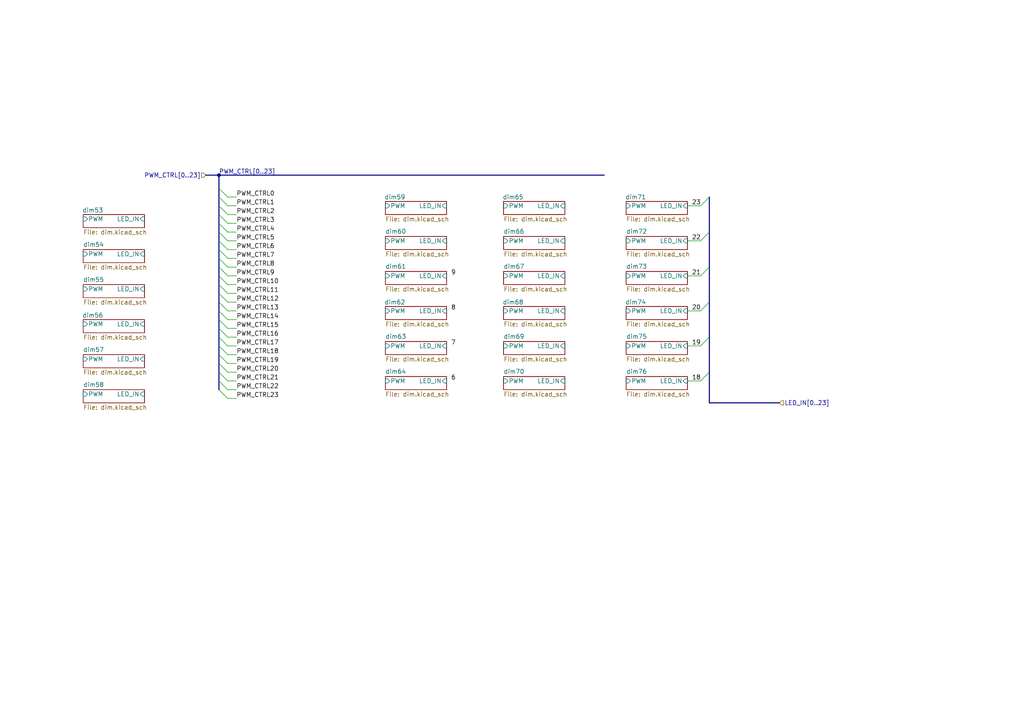
<source format=kicad_sch>
(kicad_sch
	(version 20231120)
	(generator "eeschema")
	(generator_version "8.0")
	(uuid "657f9af1-b73d-4eb3-a5dd-6a9312d6c4a1")
	(paper "A4")
	(lib_symbols)
	(junction
		(at 63.5 50.8)
		(diameter 0)
		(color 0 0 0 0)
		(uuid "2fe3751b-204e-40d1-b76a-ee3fde238434")
	)
	(bus_entry
		(at 63.5 85.09)
		(size 2.54 2.54)
		(stroke
			(width 0)
			(type default)
		)
		(uuid "007e8ab9-1078-40a9-873c-e9375eda73c3")
	)
	(bus_entry
		(at 63.5 87.63)
		(size 2.54 2.54)
		(stroke
			(width 0)
			(type default)
		)
		(uuid "0f454016-44d0-4eff-9bbb-0069bb1eb964")
	)
	(bus_entry
		(at 63.5 105.41)
		(size 2.54 2.54)
		(stroke
			(width 0)
			(type default)
		)
		(uuid "1265647c-0604-480b-826d-d4ae90fe4e84")
	)
	(bus_entry
		(at 63.5 57.15)
		(size 2.54 2.54)
		(stroke
			(width 0)
			(type default)
		)
		(uuid "151660f2-d059-4cca-a5c9-72b8b6f057b3")
	)
	(bus_entry
		(at 63.5 54.61)
		(size 2.54 2.54)
		(stroke
			(width 0)
			(type default)
		)
		(uuid "380ccb58-9ebf-45bd-951f-808cd0957ae0")
	)
	(bus_entry
		(at 63.5 80.01)
		(size 2.54 2.54)
		(stroke
			(width 0)
			(type default)
		)
		(uuid "3e03fc12-9e29-45c9-849c-9da0df9cf8d2")
	)
	(bus_entry
		(at 205.74 67.31)
		(size -2.54 2.54)
		(stroke
			(width 0)
			(type default)
		)
		(uuid "42e36a46-1a23-40aa-837f-36b85f94ff3b")
	)
	(bus_entry
		(at 205.74 77.47)
		(size -2.54 2.54)
		(stroke
			(width 0)
			(type default)
		)
		(uuid "4ab85339-261b-488b-9008-ba755b70cb19")
	)
	(bus_entry
		(at 63.5 107.95)
		(size 2.54 2.54)
		(stroke
			(width 0)
			(type default)
		)
		(uuid "4f798958-9fbb-486e-a5f3-a19e5f8f5c96")
	)
	(bus_entry
		(at 63.5 69.85)
		(size 2.54 2.54)
		(stroke
			(width 0)
			(type default)
		)
		(uuid "5b4bb4e5-8fcf-4547-ad00-a6cd04201cf6")
	)
	(bus_entry
		(at 63.5 77.47)
		(size 2.54 2.54)
		(stroke
			(width 0)
			(type default)
		)
		(uuid "600331c8-f4d8-461e-8e38-2d8c430acb7c")
	)
	(bus_entry
		(at 205.74 87.63)
		(size -2.54 2.54)
		(stroke
			(width 0)
			(type default)
		)
		(uuid "6004c558-d8b7-406c-898f-68beccbacf83")
	)
	(bus_entry
		(at 205.74 107.95)
		(size -2.54 2.54)
		(stroke
			(width 0)
			(type default)
		)
		(uuid "62c1e752-7135-4c55-a7d2-a90afde05b62")
	)
	(bus_entry
		(at 63.5 92.71)
		(size 2.54 2.54)
		(stroke
			(width 0)
			(type default)
		)
		(uuid "6915b53f-9afd-495a-a6e7-767a38ab291d")
	)
	(bus_entry
		(at 63.5 97.79)
		(size 2.54 2.54)
		(stroke
			(width 0)
			(type default)
		)
		(uuid "7c593206-f863-4f74-b65f-111ed19a8169")
	)
	(bus_entry
		(at 63.5 72.39)
		(size 2.54 2.54)
		(stroke
			(width 0)
			(type default)
		)
		(uuid "840766de-1c60-4fd7-9674-1cbbb3ddc62d")
	)
	(bus_entry
		(at 63.5 90.17)
		(size 2.54 2.54)
		(stroke
			(width 0)
			(type default)
		)
		(uuid "866ad3b0-2475-46c0-ae7f-c8dea121c9eb")
	)
	(bus_entry
		(at 205.74 57.15)
		(size -2.54 2.54)
		(stroke
			(width 0)
			(type default)
		)
		(uuid "97384e68-67fc-4358-9d33-0f5053c03507")
	)
	(bus_entry
		(at 63.5 64.77)
		(size 2.54 2.54)
		(stroke
			(width 0)
			(type default)
		)
		(uuid "a4c448ec-a05c-4cfa-a719-592b09e3fec6")
	)
	(bus_entry
		(at 63.5 82.55)
		(size 2.54 2.54)
		(stroke
			(width 0)
			(type default)
		)
		(uuid "bd3c3d24-8247-4c9c-b58e-7a7c6f922c11")
	)
	(bus_entry
		(at 63.5 102.87)
		(size 2.54 2.54)
		(stroke
			(width 0)
			(type default)
		)
		(uuid "c39bb241-24ae-41f2-a453-79fbb9aac23d")
	)
	(bus_entry
		(at 63.5 100.33)
		(size 2.54 2.54)
		(stroke
			(width 0)
			(type default)
		)
		(uuid "c58fbcd2-5b76-47ae-8acc-b357069037ab")
	)
	(bus_entry
		(at 63.5 59.69)
		(size 2.54 2.54)
		(stroke
			(width 0)
			(type default)
		)
		(uuid "c8286084-365e-4123-9120-1f47d8bf834d")
	)
	(bus_entry
		(at 63.5 74.93)
		(size 2.54 2.54)
		(stroke
			(width 0)
			(type default)
		)
		(uuid "cea4681c-44ff-4f24-be6a-8652aaa36126")
	)
	(bus_entry
		(at 205.74 97.79)
		(size -2.54 2.54)
		(stroke
			(width 0)
			(type default)
		)
		(uuid "cf901872-10e1-4b77-b0f0-4c953eeab2bb")
	)
	(bus_entry
		(at 63.5 95.25)
		(size 2.54 2.54)
		(stroke
			(width 0)
			(type default)
		)
		(uuid "d7c9ca46-4b20-417c-95e9-95c1c41f6578")
	)
	(bus_entry
		(at 63.5 113.03)
		(size 2.54 2.54)
		(stroke
			(width 0)
			(type default)
		)
		(uuid "d7cd7227-58a1-487b-af4b-4b5cc7a75785")
	)
	(bus_entry
		(at 63.5 67.31)
		(size 2.54 2.54)
		(stroke
			(width 0)
			(type default)
		)
		(uuid "d820f11f-fea6-42e0-a2d8-052eaa414a7b")
	)
	(bus_entry
		(at 63.5 110.49)
		(size 2.54 2.54)
		(stroke
			(width 0)
			(type default)
		)
		(uuid "daa8bfd2-ee15-4abc-a663-1886701009ca")
	)
	(bus_entry
		(at 63.5 62.23)
		(size 2.54 2.54)
		(stroke
			(width 0)
			(type default)
		)
		(uuid "e5ba8371-3c91-4472-9bb8-5359ccfe1978")
	)
	(wire
		(pts
			(xy 66.04 80.01) (xy 68.58 80.01)
		)
		(stroke
			(width 0)
			(type default)
		)
		(uuid "13677049-68ee-4748-9530-a0bafeb78832")
	)
	(bus
		(pts
			(xy 63.5 50.8) (xy 63.5 54.61)
		)
		(stroke
			(width 0)
			(type default)
		)
		(uuid "15f2e480-a937-4e25-8c77-02129db90929")
	)
	(bus
		(pts
			(xy 63.5 54.61) (xy 63.5 57.15)
		)
		(stroke
			(width 0)
			(type default)
		)
		(uuid "1b9c3de2-8e81-4479-a869-785f653149a4")
	)
	(wire
		(pts
			(xy 66.04 77.47) (xy 68.58 77.47)
		)
		(stroke
			(width 0)
			(type default)
		)
		(uuid "24d6a861-cfa4-4d3c-901d-fde7a9bb6a70")
	)
	(wire
		(pts
			(xy 199.39 80.01) (xy 203.2 80.01)
		)
		(stroke
			(width 0)
			(type default)
		)
		(uuid "284bdbc0-5c46-44bf-becf-aae3615ebbc6")
	)
	(bus
		(pts
			(xy 205.74 87.63) (xy 205.74 77.47)
		)
		(stroke
			(width 0)
			(type default)
		)
		(uuid "2968b7a6-92da-4644-9d32-859b7512583c")
	)
	(wire
		(pts
			(xy 199.39 69.85) (xy 203.2 69.85)
		)
		(stroke
			(width 0)
			(type default)
		)
		(uuid "2c53f2ba-16f4-4683-a597-6efbd5d5ef48")
	)
	(wire
		(pts
			(xy 66.04 92.71) (xy 68.58 92.71)
		)
		(stroke
			(width 0)
			(type default)
		)
		(uuid "31b64d34-d889-421b-ad56-8c5a1d2164fd")
	)
	(wire
		(pts
			(xy 66.04 90.17) (xy 68.58 90.17)
		)
		(stroke
			(width 0)
			(type default)
		)
		(uuid "3435daeb-cadb-425b-a44c-645c1eb8c46d")
	)
	(bus
		(pts
			(xy 63.5 59.69) (xy 63.5 62.23)
		)
		(stroke
			(width 0)
			(type default)
		)
		(uuid "345f6d31-7461-4ba4-9e7b-dd1572be6f14")
	)
	(wire
		(pts
			(xy 199.39 59.69) (xy 203.2 59.69)
		)
		(stroke
			(width 0)
			(type default)
		)
		(uuid "3ed8e23e-e06c-4115-8f29-5d660254dd0b")
	)
	(wire
		(pts
			(xy 66.04 72.39) (xy 68.58 72.39)
		)
		(stroke
			(width 0)
			(type default)
		)
		(uuid "4b9df819-7a0c-4e98-bff2-7d3f252fb35e")
	)
	(bus
		(pts
			(xy 63.5 95.25) (xy 63.5 97.79)
		)
		(stroke
			(width 0)
			(type default)
		)
		(uuid "4bc94cbc-9cf9-4da0-b7a9-e21e34824bea")
	)
	(wire
		(pts
			(xy 66.04 100.33) (xy 68.58 100.33)
		)
		(stroke
			(width 0)
			(type default)
		)
		(uuid "4d37a681-6d25-4c0f-b61a-ef109dbcad2a")
	)
	(wire
		(pts
			(xy 66.04 95.25) (xy 68.58 95.25)
		)
		(stroke
			(width 0)
			(type default)
		)
		(uuid "4dc7c1d0-7f3a-40ca-841f-12c587d37e17")
	)
	(bus
		(pts
			(xy 63.5 92.71) (xy 63.5 95.25)
		)
		(stroke
			(width 0)
			(type default)
		)
		(uuid "4e0d4d68-4d0e-44ab-b96f-d908cdfd97f4")
	)
	(bus
		(pts
			(xy 205.74 97.79) (xy 205.74 87.63)
		)
		(stroke
			(width 0)
			(type default)
		)
		(uuid "4f392bd4-0cc0-4386-9ea9-3459c55767cf")
	)
	(wire
		(pts
			(xy 66.04 105.41) (xy 68.58 105.41)
		)
		(stroke
			(width 0)
			(type default)
		)
		(uuid "51565cc9-41a0-4459-9402-8e8184891465")
	)
	(wire
		(pts
			(xy 66.04 113.03) (xy 68.58 113.03)
		)
		(stroke
			(width 0)
			(type default)
		)
		(uuid "52926ca8-e6d3-40e4-b154-b51785f7e0eb")
	)
	(bus
		(pts
			(xy 205.74 107.95) (xy 205.74 97.79)
		)
		(stroke
			(width 0)
			(type default)
		)
		(uuid "559c7ba2-989c-4f71-9a2b-93236b638976")
	)
	(wire
		(pts
			(xy 66.04 85.09) (xy 68.58 85.09)
		)
		(stroke
			(width 0)
			(type default)
		)
		(uuid "5a1bc993-2ff2-41e0-a0c4-38f2097f391f")
	)
	(wire
		(pts
			(xy 66.04 67.31) (xy 68.58 67.31)
		)
		(stroke
			(width 0)
			(type default)
		)
		(uuid "62c41bd0-9025-4fd9-ad53-f28487172865")
	)
	(bus
		(pts
			(xy 63.5 85.09) (xy 63.5 87.63)
		)
		(stroke
			(width 0)
			(type default)
		)
		(uuid "63da3630-3bfc-4b2e-9e52-c60364117be7")
	)
	(wire
		(pts
			(xy 199.39 90.17) (xy 203.2 90.17)
		)
		(stroke
			(width 0)
			(type default)
		)
		(uuid "68de5000-44e8-4de4-86ba-e104b63b3aec")
	)
	(wire
		(pts
			(xy 66.04 64.77) (xy 68.58 64.77)
		)
		(stroke
			(width 0)
			(type default)
		)
		(uuid "6c84c2da-df43-4906-8fb6-227867a3fcee")
	)
	(bus
		(pts
			(xy 205.74 116.84) (xy 226.06 116.84)
		)
		(stroke
			(width 0)
			(type default)
		)
		(uuid "71373c89-ad4b-4683-a2eb-fd43dd149953")
	)
	(bus
		(pts
			(xy 63.5 100.33) (xy 63.5 102.87)
		)
		(stroke
			(width 0)
			(type default)
		)
		(uuid "77aefd13-493f-40df-a359-e9fea69ef5e1")
	)
	(bus
		(pts
			(xy 63.5 90.17) (xy 63.5 92.71)
		)
		(stroke
			(width 0)
			(type default)
		)
		(uuid "7a61242b-3c4e-4439-a933-ee6c6e744418")
	)
	(bus
		(pts
			(xy 63.5 110.49) (xy 63.5 113.03)
		)
		(stroke
			(width 0)
			(type default)
		)
		(uuid "7defc18c-5ec7-438f-8b8d-152cb294bd0e")
	)
	(bus
		(pts
			(xy 63.5 105.41) (xy 63.5 107.95)
		)
		(stroke
			(width 0)
			(type default)
		)
		(uuid "833de9b2-1f29-47f7-a508-59a530a2bc05")
	)
	(bus
		(pts
			(xy 63.5 57.15) (xy 63.5 59.69)
		)
		(stroke
			(width 0)
			(type default)
		)
		(uuid "86ead82c-2bbc-4a7f-877e-86474d20aec4")
	)
	(wire
		(pts
			(xy 199.39 100.33) (xy 203.2 100.33)
		)
		(stroke
			(width 0)
			(type default)
		)
		(uuid "876b63d1-96b3-439b-80af-d1f219018ffa")
	)
	(bus
		(pts
			(xy 63.5 82.55) (xy 63.5 85.09)
		)
		(stroke
			(width 0)
			(type default)
		)
		(uuid "88a535d2-544b-44cd-a637-3f84e0a86290")
	)
	(bus
		(pts
			(xy 63.5 50.8) (xy 175.26 50.8)
		)
		(stroke
			(width 0)
			(type default)
		)
		(uuid "8a589ac4-ec12-4268-a3f3-167ddd793618")
	)
	(wire
		(pts
			(xy 66.04 69.85) (xy 68.58 69.85)
		)
		(stroke
			(width 0)
			(type default)
		)
		(uuid "8a9ea6dd-4f85-46e8-a33d-198b414afbed")
	)
	(bus
		(pts
			(xy 63.5 74.93) (xy 63.5 77.47)
		)
		(stroke
			(width 0)
			(type default)
		)
		(uuid "8de325e7-cf95-4d80-b292-21d2598f641c")
	)
	(bus
		(pts
			(xy 63.5 80.01) (xy 63.5 82.55)
		)
		(stroke
			(width 0)
			(type default)
		)
		(uuid "8e758f85-9e61-413b-8af3-70ec8e9f6620")
	)
	(wire
		(pts
			(xy 66.04 115.57) (xy 68.58 115.57)
		)
		(stroke
			(width 0)
			(type default)
		)
		(uuid "98f6ec8c-d5e1-4245-973e-d7041a062070")
	)
	(bus
		(pts
			(xy 63.5 69.85) (xy 63.5 72.39)
		)
		(stroke
			(width 0)
			(type default)
		)
		(uuid "9afce23f-dc52-4446-9474-8dc2d74ed5bb")
	)
	(wire
		(pts
			(xy 66.04 110.49) (xy 68.58 110.49)
		)
		(stroke
			(width 0)
			(type default)
		)
		(uuid "9f969b90-bf1f-4469-94c0-c109878fa08b")
	)
	(wire
		(pts
			(xy 66.04 102.87) (xy 68.58 102.87)
		)
		(stroke
			(width 0)
			(type default)
		)
		(uuid "a52ea459-596e-4d16-a793-0919dcc7bc15")
	)
	(bus
		(pts
			(xy 205.74 67.31) (xy 205.74 57.15)
		)
		(stroke
			(width 0)
			(type default)
		)
		(uuid "aafd0080-0c0f-4d56-bbfb-e3523b8309e1")
	)
	(bus
		(pts
			(xy 63.5 87.63) (xy 63.5 90.17)
		)
		(stroke
			(width 0)
			(type default)
		)
		(uuid "b31a0df0-f31c-482a-8efe-c0507a00079a")
	)
	(wire
		(pts
			(xy 66.04 74.93) (xy 68.58 74.93)
		)
		(stroke
			(width 0)
			(type default)
		)
		(uuid "b4a5b1f0-42db-4488-bb41-8b88c008aa97")
	)
	(wire
		(pts
			(xy 66.04 62.23) (xy 68.58 62.23)
		)
		(stroke
			(width 0)
			(type default)
		)
		(uuid "b7851c07-f443-41b2-83ea-acb52bcc165e")
	)
	(wire
		(pts
			(xy 199.39 110.49) (xy 203.2 110.49)
		)
		(stroke
			(width 0)
			(type default)
		)
		(uuid "ba867cd0-ded5-47af-88e4-c5781d839002")
	)
	(bus
		(pts
			(xy 63.5 102.87) (xy 63.5 105.41)
		)
		(stroke
			(width 0)
			(type default)
		)
		(uuid "bc3f02f7-626c-4602-a163-abc6e59973f5")
	)
	(bus
		(pts
			(xy 63.5 62.23) (xy 63.5 64.77)
		)
		(stroke
			(width 0)
			(type default)
		)
		(uuid "bd0e1a0a-cc6f-41f3-83e4-2e1a9e8e15fd")
	)
	(bus
		(pts
			(xy 205.74 116.84) (xy 205.74 107.95)
		)
		(stroke
			(width 0)
			(type default)
		)
		(uuid "be58a6db-2d47-4462-909a-8bd2c6628a2e")
	)
	(wire
		(pts
			(xy 66.04 107.95) (xy 68.58 107.95)
		)
		(stroke
			(width 0)
			(type default)
		)
		(uuid "c3ca75c8-6012-4623-b02a-db55fe493e2a")
	)
	(bus
		(pts
			(xy 59.69 50.8) (xy 63.5 50.8)
		)
		(stroke
			(width 0)
			(type default)
		)
		(uuid "cb1c983e-9a5f-4e7f-a2f9-a68cbdfa1d28")
	)
	(bus
		(pts
			(xy 63.5 64.77) (xy 63.5 67.31)
		)
		(stroke
			(width 0)
			(type default)
		)
		(uuid "cb2b9c1a-f8ed-426e-8114-d3d9e90cdfec")
	)
	(bus
		(pts
			(xy 63.5 77.47) (xy 63.5 80.01)
		)
		(stroke
			(width 0)
			(type default)
		)
		(uuid "d1baf490-ea9e-453d-8e11-56a2c2efdb41")
	)
	(bus
		(pts
			(xy 63.5 72.39) (xy 63.5 74.93)
		)
		(stroke
			(width 0)
			(type default)
		)
		(uuid "d601145f-f943-4cb3-9df4-17e83ba8c165")
	)
	(wire
		(pts
			(xy 66.04 87.63) (xy 68.58 87.63)
		)
		(stroke
			(width 0)
			(type default)
		)
		(uuid "e2890b75-5f63-4d7e-9cd7-e2c97b281d9b")
	)
	(bus
		(pts
			(xy 63.5 67.31) (xy 63.5 69.85)
		)
		(stroke
			(width 0)
			(type default)
		)
		(uuid "e7bf50fb-15c8-4c84-9c5d-c42607827fde")
	)
	(bus
		(pts
			(xy 63.5 97.79) (xy 63.5 100.33)
		)
		(stroke
			(width 0)
			(type default)
		)
		(uuid "ec4e6aef-b3a4-4c70-b12b-e10dee775534")
	)
	(wire
		(pts
			(xy 66.04 59.69) (xy 68.58 59.69)
		)
		(stroke
			(width 0)
			(type default)
		)
		(uuid "ec6b94e5-5e57-4d22-ace7-31265e728170")
	)
	(bus
		(pts
			(xy 205.74 77.47) (xy 205.74 67.31)
		)
		(stroke
			(width 0)
			(type default)
		)
		(uuid "f43cb1d4-d396-4a0e-a3fb-cc42c543b76b")
	)
	(wire
		(pts
			(xy 66.04 82.55) (xy 68.58 82.55)
		)
		(stroke
			(width 0)
			(type default)
		)
		(uuid "f7a4daae-1837-457d-9884-6c8daf15393a")
	)
	(wire
		(pts
			(xy 66.04 97.79) (xy 68.58 97.79)
		)
		(stroke
			(width 0)
			(type default)
		)
		(uuid "f8dccca1-02c9-41d2-a0c1-f0fae5457b60")
	)
	(bus
		(pts
			(xy 63.5 107.95) (xy 63.5 110.49)
		)
		(stroke
			(width 0)
			(type default)
		)
		(uuid "f903249a-9259-4f77-96f6-34b39a0ef8fd")
	)
	(wire
		(pts
			(xy 66.04 57.15) (xy 68.58 57.15)
		)
		(stroke
			(width 0)
			(type default)
		)
		(uuid "fa849918-76f0-451d-9ca6-bbff9693ac2a")
	)
	(label "PWM_CTRL7"
		(at 68.58 74.93 0)
		(effects
			(font
				(size 1.27 1.27)
			)
			(justify left bottom)
		)
		(uuid "17211720-e464-4f03-aa3f-cab76bc58d40")
	)
	(label "7"
		(at 130.81 100.33 0)
		(fields_autoplaced yes)
		(effects
			(font
				(size 1.27 1.27)
			)
			(justify left bottom)
		)
		(uuid "29402154-d1a3-420f-8674-fd1852fbed2e")
	)
	(label "PWM_CTRL3"
		(at 68.58 64.77 0)
		(effects
			(font
				(size 1.27 1.27)
			)
			(justify left bottom)
		)
		(uuid "2a2b2a66-e4ce-4937-9a2e-37a200831719")
	)
	(label "PWM_CTRL19"
		(at 68.58 105.41 0)
		(effects
			(font
				(size 1.27 1.27)
			)
			(justify left bottom)
		)
		(uuid "2a3cc0c1-f9b7-40ed-85ae-54ee6b576b9c")
	)
	(label "PWM_CTRL[0..23]"
		(at 63.5 50.8 0)
		(fields_autoplaced yes)
		(effects
			(font
				(size 1.27 1.27)
			)
			(justify left bottom)
		)
		(uuid "39e7f7d4-7958-4bb4-85a4-220545ffcaec")
	)
	(label "PWM_CTRL23"
		(at 68.58 115.57 0)
		(effects
			(font
				(size 1.27 1.27)
			)
			(justify left bottom)
		)
		(uuid "42378118-3891-4975-a1ef-a31374c34550")
	)
	(label "8"
		(at 130.81 90.17 0)
		(fields_autoplaced yes)
		(effects
			(font
				(size 1.27 1.27)
			)
			(justify left bottom)
		)
		(uuid "4c65d67e-edaa-4f1f-9048-e7fa939d0e35")
	)
	(label "18"
		(at 200.66 110.49 0)
		(fields_autoplaced yes)
		(effects
			(font
				(size 1.27 1.27)
			)
			(justify left bottom)
		)
		(uuid "4f1b466f-de8b-4ca5-9db5-4ff76e4e8d1a")
	)
	(label "PWM_CTRL1"
		(at 68.58 59.69 0)
		(effects
			(font
				(size 1.27 1.27)
			)
			(justify left bottom)
		)
		(uuid "50095038-93b8-4b67-9645-80003b7ded9d")
	)
	(label "PWM_CTRL2"
		(at 68.58 62.23 0)
		(effects
			(font
				(size 1.27 1.27)
			)
			(justify left bottom)
		)
		(uuid "55827bbb-2a0e-4d56-ac29-b9d753a5190e")
	)
	(label "PWM_CTRL10"
		(at 68.58 82.55 0)
		(effects
			(font
				(size 1.27 1.27)
			)
			(justify left bottom)
		)
		(uuid "5713a7fa-9f19-45b0-bb38-119032329483")
	)
	(label "9"
		(at 130.81 80.01 0)
		(fields_autoplaced yes)
		(effects
			(font
				(size 1.27 1.27)
			)
			(justify left bottom)
		)
		(uuid "5902aae7-4293-4c73-944e-d42d4fcec17e")
	)
	(label "PWM_CTRL9"
		(at 68.58 80.01 0)
		(effects
			(font
				(size 1.27 1.27)
			)
			(justify left bottom)
		)
		(uuid "62603cf2-a5d0-48a8-aad8-0664a2a591e0")
	)
	(label "PWM_CTRL18"
		(at 68.58 102.87 0)
		(effects
			(font
				(size 1.27 1.27)
			)
			(justify left bottom)
		)
		(uuid "72f3da74-dacb-4807-abcc-42233708a0dc")
	)
	(label "PWM_CTRL4"
		(at 68.58 67.31 0)
		(effects
			(font
				(size 1.27 1.27)
			)
			(justify left bottom)
		)
		(uuid "7851d0ea-bf47-4a69-aa96-a59f1e04bc8d")
	)
	(label "22"
		(at 200.66 69.85 0)
		(fields_autoplaced yes)
		(effects
			(font
				(size 1.27 1.27)
			)
			(justify left bottom)
		)
		(uuid "7f170c6f-668e-4c20-bd85-4bffb159e5fd")
	)
	(label "PWM_CTRL5"
		(at 68.58 69.85 0)
		(effects
			(font
				(size 1.27 1.27)
			)
			(justify left bottom)
		)
		(uuid "8217e92d-3761-41f7-8763-33d71e11ae67")
	)
	(label "PWM_CTRL15"
		(at 68.58 95.25 0)
		(effects
			(font
				(size 1.27 1.27)
			)
			(justify left bottom)
		)
		(uuid "8aad9b48-6600-44d7-970f-be8add6da4a9")
	)
	(label "PWM_CTRL22"
		(at 68.58 113.03 0)
		(effects
			(font
				(size 1.27 1.27)
			)
			(justify left bottom)
		)
		(uuid "9daa415e-161a-4735-9642-a2df5447c550")
	)
	(label "PWM_CTRL21"
		(at 68.58 110.49 0)
		(effects
			(font
				(size 1.27 1.27)
			)
			(justify left bottom)
		)
		(uuid "ad1eb6e8-b73d-4199-9182-e91b826eb8ab")
	)
	(label "21"
		(at 200.66 80.01 0)
		(fields_autoplaced yes)
		(effects
			(font
				(size 1.27 1.27)
			)
			(justify left bottom)
		)
		(uuid "b1f1d23c-8ff0-45d1-a8ed-2f566f7a81b2")
	)
	(label "PWM_CTRL6"
		(at 68.58 72.39 0)
		(effects
			(font
				(size 1.27 1.27)
			)
			(justify left bottom)
		)
		(uuid "b8524a99-8cf9-4156-9801-4c25cad12f17")
	)
	(label "PWM_CTRL14"
		(at 68.58 92.71 0)
		(effects
			(font
				(size 1.27 1.27)
			)
			(justify left bottom)
		)
		(uuid "bdbe75c1-1c40-4a92-a480-fd2fac8cf6c1")
	)
	(label "PWM_CTRL12"
		(at 68.58 87.63 0)
		(effects
			(font
				(size 1.27 1.27)
			)
			(justify left bottom)
		)
		(uuid "d1d4de48-3fe1-4c26-adef-fc68a36b1bc1")
	)
	(label "PWM_CTRL13"
		(at 68.58 90.17 0)
		(effects
			(font
				(size 1.27 1.27)
			)
			(justify left bottom)
		)
		(uuid "d699e034-1476-4051-8abc-c12c01bc1ed7")
	)
	(label "PWM_CTRL0"
		(at 68.58 57.15 0)
		(effects
			(font
				(size 1.27 1.27)
			)
			(justify left bottom)
		)
		(uuid "d6e03e80-22e1-4016-b16a-ade5d71364ff")
	)
	(label "PWM_CTRL20"
		(at 68.58 107.95 0)
		(effects
			(font
				(size 1.27 1.27)
			)
			(justify left bottom)
		)
		(uuid "dbcf6d40-9ad0-4de1-9fd9-ac1ec11c3d1d")
	)
	(label "20"
		(at 200.66 90.17 0)
		(fields_autoplaced yes)
		(effects
			(font
				(size 1.27 1.27)
			)
			(justify left bottom)
		)
		(uuid "e1ff1a98-2d7f-4ca0-8306-b40ac0c9d822")
	)
	(label "PWM_CTRL17"
		(at 68.58 100.33 0)
		(effects
			(font
				(size 1.27 1.27)
			)
			(justify left bottom)
		)
		(uuid "e34dbff9-4036-41f8-ab4d-bbb7cc4cf541")
	)
	(label "19"
		(at 200.66 100.33 0)
		(fields_autoplaced yes)
		(effects
			(font
				(size 1.27 1.27)
			)
			(justify left bottom)
		)
		(uuid "eea8ff94-90a6-4f59-b017-331773efb79e")
	)
	(label "PWM_CTRL8"
		(at 68.58 77.47 0)
		(effects
			(font
				(size 1.27 1.27)
			)
			(justify left bottom)
		)
		(uuid "f264afdb-cc46-4859-a82e-e6dc509bb36e")
	)
	(label "6"
		(at 130.81 110.49 0)
		(fields_autoplaced yes)
		(effects
			(font
				(size 1.27 1.27)
			)
			(justify left bottom)
		)
		(uuid "f269f5db-6639-41f9-bd5e-b2c33abd881a")
	)
	(label "23"
		(at 200.66 59.69 0)
		(fields_autoplaced yes)
		(effects
			(font
				(size 1.27 1.27)
			)
			(justify left bottom)
		)
		(uuid "f46e2e54-31a5-4038-b068-378edb7cbb1c")
	)
	(label "PWM_CTRL16"
		(at 68.58 97.79 0)
		(effects
			(font
				(size 1.27 1.27)
			)
			(justify left bottom)
		)
		(uuid "f499592d-38ff-4968-ba91-4f333d084f12")
	)
	(label "PWM_CTRL11"
		(at 68.58 85.09 0)
		(effects
			(font
				(size 1.27 1.27)
			)
			(justify left bottom)
		)
		(uuid "f59a058a-8b67-46bb-b8b5-155baff4f41e")
	)
	(hierarchical_label "PWM_CTRL[0..23]"
		(shape input)
		(at 59.69 50.8 180)
		(fields_autoplaced yes)
		(effects
			(font
				(size 1.27 1.27)
			)
			(justify right)
		)
		(uuid "05a5e5b4-f31c-4cec-9735-3c82d2e6db2f")
	)
	(hierarchical_label "LED_IN[0..23]"
		(shape input)
		(at 226.06 116.84 0)
		(fields_autoplaced yes)
		(effects
			(font
				(size 1.27 1.27)
			)
			(justify left)
		)
		(uuid "f9c084e4-00af-429c-bfdc-c9a8405704a3")
	)
	(sheet
		(at 146.05 109.22)
		(size 17.78 3.81)
		(fields_autoplaced yes)
		(stroke
			(width 0.1524)
			(type solid)
		)
		(fill
			(color 0 0 0 0.0000)
		)
		(uuid "10759600-d3e7-437c-a305-95fdd3a250df")
		(property "Sheetname" "dim70"
			(at 146.05 108.5084 0)
			(effects
				(font
					(size 1.27 1.27)
				)
				(justify left bottom)
			)
		)
		(property "Sheetfile" "dim.kicad_sch"
			(at 146.05 113.6146 0)
			(effects
				(font
					(size 1.27 1.27)
				)
				(justify left top)
			)
		)
		(pin "LED_IN" input
			(at 163.83 110.49 0)
			(effects
				(font
					(size 1.27 1.27)
				)
				(justify right)
			)
			(uuid "600efc14-1eff-42ae-a63e-c8d9a1b926c1")
		)
		(pin "PWM" input
			(at 146.05 110.49 180)
			(effects
				(font
					(size 1.27 1.27)
				)
				(justify left)
			)
			(uuid "e7dc0b03-660f-454a-8b82-23580d2dd340")
		)
		(instances
			(project "home_auto"
				(path "/68de2dd7-8f08-479b-94c5-c7847794fd33/0646acc6-79c1-4e67-b684-df663024146f/f39a7f2f-d7a9-487f-aeee-7851342b97b4/b7879a67-cf50-4692-ba1f-5246ad685d92"
					(page "77")
				)
			)
		)
	)
	(sheet
		(at 181.61 78.74)
		(size 17.78 3.81)
		(fields_autoplaced yes)
		(stroke
			(width 0.1524)
			(type solid)
		)
		(fill
			(color 0 0 0 0.0000)
		)
		(uuid "140e02ca-1deb-4e7b-a008-a69d17de7cec")
		(property "Sheetname" "dim73"
			(at 181.61 78.0284 0)
			(effects
				(font
					(size 1.27 1.27)
				)
				(justify left bottom)
			)
		)
		(property "Sheetfile" "dim.kicad_sch"
			(at 181.61 83.1346 0)
			(effects
				(font
					(size 1.27 1.27)
				)
				(justify left top)
			)
		)
		(pin "LED_IN" input
			(at 199.39 80.01 0)
			(effects
				(font
					(size 1.27 1.27)
				)
				(justify right)
			)
			(uuid "490e0c8d-3583-4315-b82e-d2efd96f81cc")
		)
		(pin "PWM" input
			(at 181.61 80.01 180)
			(effects
				(font
					(size 1.27 1.27)
				)
				(justify left)
			)
			(uuid "a1d5c5a0-428d-4547-98a2-1d2196cb6617")
		)
		(instances
			(project "home_auto"
				(path "/68de2dd7-8f08-479b-94c5-c7847794fd33/0646acc6-79c1-4e67-b684-df663024146f/f39a7f2f-d7a9-487f-aeee-7851342b97b4/b7879a67-cf50-4692-ba1f-5246ad685d92"
					(page "80")
				)
			)
		)
	)
	(sheet
		(at 111.76 78.74)
		(size 17.78 3.81)
		(fields_autoplaced yes)
		(stroke
			(width 0.1524)
			(type solid)
		)
		(fill
			(color 0 0 0 0.0000)
		)
		(uuid "2e8466df-edec-4887-8ab4-4031f29f4fa9")
		(property "Sheetname" "dim61"
			(at 111.76 78.0284 0)
			(effects
				(font
					(size 1.27 1.27)
				)
				(justify left bottom)
			)
		)
		(property "Sheetfile" "dim.kicad_sch"
			(at 111.76 83.1346 0)
			(effects
				(font
					(size 1.27 1.27)
				)
				(justify left top)
			)
		)
		(pin "LED_IN" input
			(at 129.54 80.01 0)
			(effects
				(font
					(size 1.27 1.27)
				)
				(justify right)
			)
			(uuid "273cd423-6597-417e-bf9e-1d54ef74bdd6")
		)
		(pin "PWM" input
			(at 111.76 80.01 180)
			(effects
				(font
					(size 1.27 1.27)
				)
				(justify left)
			)
			(uuid "bbc75641-4b7f-4d91-a467-30aaaa88b09c")
		)
		(instances
			(project "home_auto"
				(path "/68de2dd7-8f08-479b-94c5-c7847794fd33/0646acc6-79c1-4e67-b684-df663024146f/f39a7f2f-d7a9-487f-aeee-7851342b97b4/b7879a67-cf50-4692-ba1f-5246ad685d92"
					(page "68")
				)
			)
		)
	)
	(sheet
		(at 111.76 109.22)
		(size 17.78 3.81)
		(fields_autoplaced yes)
		(stroke
			(width 0.1524)
			(type solid)
		)
		(fill
			(color 0 0 0 0.0000)
		)
		(uuid "604383a0-a03a-4bb0-9271-d6e62ccf0816")
		(property "Sheetname" "dim64"
			(at 111.76 108.5084 0)
			(effects
				(font
					(size 1.27 1.27)
				)
				(justify left bottom)
			)
		)
		(property "Sheetfile" "dim.kicad_sch"
			(at 111.76 113.6146 0)
			(effects
				(font
					(size 1.27 1.27)
				)
				(justify left top)
			)
		)
		(pin "LED_IN" input
			(at 129.54 110.49 0)
			(effects
				(font
					(size 1.27 1.27)
				)
				(justify right)
			)
			(uuid "29c60d27-7324-4adb-9a11-8e493010ccac")
		)
		(pin "PWM" input
			(at 111.76 110.49 180)
			(effects
				(font
					(size 1.27 1.27)
				)
				(justify left)
			)
			(uuid "47dac3e3-068b-4477-9563-5a2b4fdb4f29")
		)
		(instances
			(project "home_auto"
				(path "/68de2dd7-8f08-479b-94c5-c7847794fd33/0646acc6-79c1-4e67-b684-df663024146f/f39a7f2f-d7a9-487f-aeee-7851342b97b4/b7879a67-cf50-4692-ba1f-5246ad685d92"
					(page "71")
				)
			)
		)
	)
	(sheet
		(at 24.13 102.87)
		(size 17.78 3.81)
		(fields_autoplaced yes)
		(stroke
			(width 0.1524)
			(type solid)
		)
		(fill
			(color 0 0 0 0.0000)
		)
		(uuid "63176fe1-9ab1-4c11-aafb-ba802ae7e94b")
		(property "Sheetname" "dim57"
			(at 24.13 102.1584 0)
			(effects
				(font
					(size 1.27 1.27)
				)
				(justify left bottom)
			)
		)
		(property "Sheetfile" "dim.kicad_sch"
			(at 24.13 107.2646 0)
			(effects
				(font
					(size 1.27 1.27)
				)
				(justify left top)
			)
		)
		(pin "LED_IN" input
			(at 41.91 104.14 0)
			(effects
				(font
					(size 1.27 1.27)
				)
				(justify right)
			)
			(uuid "f3000a9e-e8b9-4da3-a96a-78c57b74635d")
		)
		(pin "PWM" input
			(at 24.13 104.14 180)
			(effects
				(font
					(size 1.27 1.27)
				)
				(justify left)
			)
			(uuid "1a5b9e7d-d30c-44d6-87aa-6fe78e7158ac")
		)
		(instances
			(project "home_auto"
				(path "/68de2dd7-8f08-479b-94c5-c7847794fd33/0646acc6-79c1-4e67-b684-df663024146f/f39a7f2f-d7a9-487f-aeee-7851342b97b4/b7879a67-cf50-4692-ba1f-5246ad685d92"
					(page "64")
				)
			)
		)
	)
	(sheet
		(at 181.61 99.06)
		(size 17.78 3.81)
		(fields_autoplaced yes)
		(stroke
			(width 0.1524)
			(type solid)
		)
		(fill
			(color 0 0 0 0.0000)
		)
		(uuid "6711e899-c35d-430e-94f7-8692b2d8c052")
		(property "Sheetname" "dim75"
			(at 181.61 98.3484 0)
			(effects
				(font
					(size 1.27 1.27)
				)
				(justify left bottom)
			)
		)
		(property "Sheetfile" "dim.kicad_sch"
			(at 181.61 103.4546 0)
			(effects
				(font
					(size 1.27 1.27)
				)
				(justify left top)
			)
		)
		(pin "LED_IN" input
			(at 199.39 100.33 0)
			(effects
				(font
					(size 1.27 1.27)
				)
				(justify right)
			)
			(uuid "fef3249e-92ba-42c9-9d66-cbab6c667f82")
		)
		(pin "PWM" input
			(at 181.61 100.33 180)
			(effects
				(font
					(size 1.27 1.27)
				)
				(justify left)
			)
			(uuid "db4ff7e5-ffc0-42a5-8ff5-279166b7e5a2")
		)
		(instances
			(project "home_auto"
				(path "/68de2dd7-8f08-479b-94c5-c7847794fd33/0646acc6-79c1-4e67-b684-df663024146f/f39a7f2f-d7a9-487f-aeee-7851342b97b4/b7879a67-cf50-4692-ba1f-5246ad685d92"
					(page "82")
				)
			)
		)
	)
	(sheet
		(at 181.61 68.58)
		(size 17.78 3.81)
		(fields_autoplaced yes)
		(stroke
			(width 0.1524)
			(type solid)
		)
		(fill
			(color 0 0 0 0.0000)
		)
		(uuid "6e4eb487-9367-41b0-82b0-ba71dd5a974b")
		(property "Sheetname" "dim72"
			(at 181.61 67.8684 0)
			(effects
				(font
					(size 1.27 1.27)
				)
				(justify left bottom)
			)
		)
		(property "Sheetfile" "dim.kicad_sch"
			(at 181.61 72.9746 0)
			(effects
				(font
					(size 1.27 1.27)
				)
				(justify left top)
			)
		)
		(pin "LED_IN" input
			(at 199.39 69.85 0)
			(effects
				(font
					(size 1.27 1.27)
				)
				(justify right)
			)
			(uuid "9c192cf4-a899-4663-af1d-2f0f5f72d176")
		)
		(pin "PWM" input
			(at 181.61 69.85 180)
			(effects
				(font
					(size 1.27 1.27)
				)
				(justify left)
			)
			(uuid "9636f9c9-8a60-405c-b0dd-56c7bfeb43b9")
		)
		(instances
			(project "home_auto"
				(path "/68de2dd7-8f08-479b-94c5-c7847794fd33/0646acc6-79c1-4e67-b684-df663024146f/f39a7f2f-d7a9-487f-aeee-7851342b97b4/b7879a67-cf50-4692-ba1f-5246ad685d92"
					(page "79")
				)
			)
		)
	)
	(sheet
		(at 24.13 62.23)
		(size 17.78 3.81)
		(stroke
			(width 0.1524)
			(type solid)
		)
		(fill
			(color 0 0 0 0.0000)
		)
		(uuid "7be209f8-a900-443c-9102-ce064ef0f170")
		(property "Sheetname" "dim53"
			(at 23.876 61.722 0)
			(effects
				(font
					(size 1.27 1.27)
				)
				(justify left bottom)
			)
		)
		(property "Sheetfile" "dim.kicad_sch"
			(at 24.13 66.6246 0)
			(effects
				(font
					(size 1.27 1.27)
				)
				(justify left top)
			)
		)
		(pin "LED_IN" input
			(at 41.91 63.5 0)
			(effects
				(font
					(size 1.27 1.27)
				)
				(justify right)
			)
			(uuid "c97d878d-7e57-4878-8913-f6ba5e603ea3")
		)
		(pin "PWM" input
			(at 24.13 63.5 180)
			(effects
				(font
					(size 1.27 1.27)
				)
				(justify left)
			)
			(uuid "57afe2f3-a450-4929-9e56-3144af7add04")
		)
		(instances
			(project "home_auto"
				(path "/68de2dd7-8f08-479b-94c5-c7847794fd33/0646acc6-79c1-4e67-b684-df663024146f/f39a7f2f-d7a9-487f-aeee-7851342b97b4/b7879a67-cf50-4692-ba1f-5246ad685d92"
					(page "60")
				)
			)
		)
	)
	(sheet
		(at 146.05 68.58)
		(size 17.78 3.81)
		(fields_autoplaced yes)
		(stroke
			(width 0.1524)
			(type solid)
		)
		(fill
			(color 0 0 0 0.0000)
		)
		(uuid "7ff07afa-f82a-43c9-910c-41e2ab024a0d")
		(property "Sheetname" "dim66"
			(at 146.05 67.8684 0)
			(effects
				(font
					(size 1.27 1.27)
				)
				(justify left bottom)
			)
		)
		(property "Sheetfile" "dim.kicad_sch"
			(at 146.05 72.9746 0)
			(effects
				(font
					(size 1.27 1.27)
				)
				(justify left top)
			)
		)
		(pin "LED_IN" input
			(at 163.83 69.85 0)
			(effects
				(font
					(size 1.27 1.27)
				)
				(justify right)
			)
			(uuid "4a0b2a37-0334-4e1d-9923-b67c2ec6f2a3")
		)
		(pin "PWM" input
			(at 146.05 69.85 180)
			(effects
				(font
					(size 1.27 1.27)
				)
				(justify left)
			)
			(uuid "448dc45d-adfc-4b3d-b892-450b2843959d")
		)
		(instances
			(project "home_auto"
				(path "/68de2dd7-8f08-479b-94c5-c7847794fd33/0646acc6-79c1-4e67-b684-df663024146f/f39a7f2f-d7a9-487f-aeee-7851342b97b4/b7879a67-cf50-4692-ba1f-5246ad685d92"
					(page "73")
				)
			)
		)
	)
	(sheet
		(at 24.13 82.55)
		(size 17.78 3.81)
		(fields_autoplaced yes)
		(stroke
			(width 0.1524)
			(type solid)
		)
		(fill
			(color 0 0 0 0.0000)
		)
		(uuid "814da067-57f0-4a8d-b6b7-4f3170f2eb47")
		(property "Sheetname" "dim55"
			(at 24.13 81.8384 0)
			(effects
				(font
					(size 1.27 1.27)
				)
				(justify left bottom)
			)
		)
		(property "Sheetfile" "dim.kicad_sch"
			(at 24.13 86.9446 0)
			(effects
				(font
					(size 1.27 1.27)
				)
				(justify left top)
			)
		)
		(pin "LED_IN" input
			(at 41.91 83.82 0)
			(effects
				(font
					(size 1.27 1.27)
				)
				(justify right)
			)
			(uuid "55d43e66-1922-4cab-a70e-75e77d690bd0")
		)
		(pin "PWM" input
			(at 24.13 83.82 180)
			(effects
				(font
					(size 1.27 1.27)
				)
				(justify left)
			)
			(uuid "e50e0720-1f31-4b70-9d35-9aa0fc1f6133")
		)
		(instances
			(project "home_auto"
				(path "/68de2dd7-8f08-479b-94c5-c7847794fd33/0646acc6-79c1-4e67-b684-df663024146f/f39a7f2f-d7a9-487f-aeee-7851342b97b4/b7879a67-cf50-4692-ba1f-5246ad685d92"
					(page "62")
				)
			)
		)
	)
	(sheet
		(at 111.76 88.9)
		(size 17.78 3.81)
		(stroke
			(width 0.1524)
			(type solid)
		)
		(fill
			(color 0 0 0 0.0000)
		)
		(uuid "96382512-76c4-4df0-a985-bce721826400")
		(property "Sheetname" "dim62"
			(at 111.506 88.392 0)
			(effects
				(font
					(size 1.27 1.27)
				)
				(justify left bottom)
			)
		)
		(property "Sheetfile" "dim.kicad_sch"
			(at 111.76 93.2946 0)
			(effects
				(font
					(size 1.27 1.27)
				)
				(justify left top)
			)
		)
		(pin "LED_IN" input
			(at 129.54 90.17 0)
			(effects
				(font
					(size 1.27 1.27)
				)
				(justify right)
			)
			(uuid "6de0590d-26f4-4cd6-a141-7655983defb1")
		)
		(pin "PWM" input
			(at 111.76 90.17 180)
			(effects
				(font
					(size 1.27 1.27)
				)
				(justify left)
			)
			(uuid "7ef17a73-a8c5-4528-b60f-38edb2ce63ae")
		)
		(instances
			(project "home_auto"
				(path "/68de2dd7-8f08-479b-94c5-c7847794fd33/0646acc6-79c1-4e67-b684-df663024146f/f39a7f2f-d7a9-487f-aeee-7851342b97b4/b7879a67-cf50-4692-ba1f-5246ad685d92"
					(page "69")
				)
			)
		)
	)
	(sheet
		(at 181.61 88.9)
		(size 17.78 3.81)
		(stroke
			(width 0.1524)
			(type solid)
		)
		(fill
			(color 0 0 0 0.0000)
		)
		(uuid "a4a2cf5a-18ce-470b-a78d-21e2e508f5ed")
		(property "Sheetname" "dim74"
			(at 181.356 88.392 0)
			(effects
				(font
					(size 1.27 1.27)
				)
				(justify left bottom)
			)
		)
		(property "Sheetfile" "dim.kicad_sch"
			(at 181.61 93.2946 0)
			(effects
				(font
					(size 1.27 1.27)
				)
				(justify left top)
			)
		)
		(pin "LED_IN" input
			(at 199.39 90.17 0)
			(effects
				(font
					(size 1.27 1.27)
				)
				(justify right)
			)
			(uuid "62f0fbea-b139-4487-8697-f40accef2a01")
		)
		(pin "PWM" input
			(at 181.61 90.17 180)
			(effects
				(font
					(size 1.27 1.27)
				)
				(justify left)
			)
			(uuid "db8f735c-aa3b-4eaf-9ad0-c37f9ce12a41")
		)
		(instances
			(project "home_auto"
				(path "/68de2dd7-8f08-479b-94c5-c7847794fd33/0646acc6-79c1-4e67-b684-df663024146f/f39a7f2f-d7a9-487f-aeee-7851342b97b4/b7879a67-cf50-4692-ba1f-5246ad685d92"
					(page "81")
				)
			)
		)
	)
	(sheet
		(at 146.05 78.74)
		(size 17.78 3.81)
		(fields_autoplaced yes)
		(stroke
			(width 0.1524)
			(type solid)
		)
		(fill
			(color 0 0 0 0.0000)
		)
		(uuid "ac7e7b65-65a3-40d4-9f69-905e16682f9c")
		(property "Sheetname" "dim67"
			(at 146.05 78.0284 0)
			(effects
				(font
					(size 1.27 1.27)
				)
				(justify left bottom)
			)
		)
		(property "Sheetfile" "dim.kicad_sch"
			(at 146.05 83.1346 0)
			(effects
				(font
					(size 1.27 1.27)
				)
				(justify left top)
			)
		)
		(pin "LED_IN" input
			(at 163.83 80.01 0)
			(effects
				(font
					(size 1.27 1.27)
				)
				(justify right)
			)
			(uuid "54682635-1466-44cc-b81f-f18f421fa537")
		)
		(pin "PWM" input
			(at 146.05 80.01 180)
			(effects
				(font
					(size 1.27 1.27)
				)
				(justify left)
			)
			(uuid "42d8c957-38b7-4596-b538-0933e40cb6da")
		)
		(instances
			(project "home_auto"
				(path "/68de2dd7-8f08-479b-94c5-c7847794fd33/0646acc6-79c1-4e67-b684-df663024146f/f39a7f2f-d7a9-487f-aeee-7851342b97b4/b7879a67-cf50-4692-ba1f-5246ad685d92"
					(page "74")
				)
			)
		)
	)
	(sheet
		(at 111.76 68.58)
		(size 17.78 3.81)
		(fields_autoplaced yes)
		(stroke
			(width 0.1524)
			(type solid)
		)
		(fill
			(color 0 0 0 0.0000)
		)
		(uuid "b09fb10c-9fba-4ab9-bab3-a1d137bdb5be")
		(property "Sheetname" "dim60"
			(at 111.76 67.8684 0)
			(effects
				(font
					(size 1.27 1.27)
				)
				(justify left bottom)
			)
		)
		(property "Sheetfile" "dim.kicad_sch"
			(at 111.76 72.9746 0)
			(effects
				(font
					(size 1.27 1.27)
				)
				(justify left top)
			)
		)
		(pin "LED_IN" input
			(at 129.54 69.85 0)
			(effects
				(font
					(size 1.27 1.27)
				)
				(justify right)
			)
			(uuid "acabb9ca-6ec8-4502-a4f1-ad85b573e263")
		)
		(pin "PWM" input
			(at 111.76 69.85 180)
			(effects
				(font
					(size 1.27 1.27)
				)
				(justify left)
			)
			(uuid "315b0e0f-3ff7-443e-bdb9-2ac3f8fca129")
		)
		(instances
			(project "home_auto"
				(path "/68de2dd7-8f08-479b-94c5-c7847794fd33/0646acc6-79c1-4e67-b684-df663024146f/f39a7f2f-d7a9-487f-aeee-7851342b97b4/b7879a67-cf50-4692-ba1f-5246ad685d92"
					(page "67")
				)
			)
		)
	)
	(sheet
		(at 24.13 72.39)
		(size 17.78 3.81)
		(fields_autoplaced yes)
		(stroke
			(width 0.1524)
			(type solid)
		)
		(fill
			(color 0 0 0 0.0000)
		)
		(uuid "c132ad40-991b-4013-99c4-45418ef699a6")
		(property "Sheetname" "dim54"
			(at 24.13 71.6784 0)
			(effects
				(font
					(size 1.27 1.27)
				)
				(justify left bottom)
			)
		)
		(property "Sheetfile" "dim.kicad_sch"
			(at 24.13 76.7846 0)
			(effects
				(font
					(size 1.27 1.27)
				)
				(justify left top)
			)
		)
		(pin "LED_IN" input
			(at 41.91 73.66 0)
			(effects
				(font
					(size 1.27 1.27)
				)
				(justify right)
			)
			(uuid "a9bffb2c-6538-464a-8cb2-9a929d784240")
		)
		(pin "PWM" input
			(at 24.13 73.66 180)
			(effects
				(font
					(size 1.27 1.27)
				)
				(justify left)
			)
			(uuid "33d293c4-a9ea-498c-9889-13953616491d")
		)
		(instances
			(project "home_auto"
				(path "/68de2dd7-8f08-479b-94c5-c7847794fd33/0646acc6-79c1-4e67-b684-df663024146f/f39a7f2f-d7a9-487f-aeee-7851342b97b4/b7879a67-cf50-4692-ba1f-5246ad685d92"
					(page "61")
				)
			)
		)
	)
	(sheet
		(at 24.13 113.03)
		(size 17.78 3.81)
		(fields_autoplaced yes)
		(stroke
			(width 0.1524)
			(type solid)
		)
		(fill
			(color 0 0 0 0.0000)
		)
		(uuid "c26cdfc9-6c0e-46eb-a2ea-e460a93b02c0")
		(property "Sheetname" "dim58"
			(at 24.13 112.3184 0)
			(effects
				(font
					(size 1.27 1.27)
				)
				(justify left bottom)
			)
		)
		(property "Sheetfile" "dim.kicad_sch"
			(at 24.13 117.4246 0)
			(effects
				(font
					(size 1.27 1.27)
				)
				(justify left top)
			)
		)
		(pin "LED_IN" input
			(at 41.91 114.3 0)
			(effects
				(font
					(size 1.27 1.27)
				)
				(justify right)
			)
			(uuid "4680a53a-11d8-4e6c-9d26-248ec317c79e")
		)
		(pin "PWM" input
			(at 24.13 114.3 180)
			(effects
				(font
					(size 1.27 1.27)
				)
				(justify left)
			)
			(uuid "728f8159-9f77-4ac7-bb3a-764bfbc0eacb")
		)
		(instances
			(project "home_auto"
				(path "/68de2dd7-8f08-479b-94c5-c7847794fd33/0646acc6-79c1-4e67-b684-df663024146f/f39a7f2f-d7a9-487f-aeee-7851342b97b4/b7879a67-cf50-4692-ba1f-5246ad685d92"
					(page "65")
				)
			)
		)
	)
	(sheet
		(at 24.13 92.71)
		(size 17.78 3.81)
		(stroke
			(width 0.1524)
			(type solid)
		)
		(fill
			(color 0 0 0 0.0000)
		)
		(uuid "c33be357-6c14-4bab-9280-afb0b1bf5236")
		(property "Sheetname" "dim56"
			(at 23.876 92.202 0)
			(effects
				(font
					(size 1.27 1.27)
				)
				(justify left bottom)
			)
		)
		(property "Sheetfile" "dim.kicad_sch"
			(at 24.13 97.1046 0)
			(effects
				(font
					(size 1.27 1.27)
				)
				(justify left top)
			)
		)
		(pin "LED_IN" input
			(at 41.91 93.98 0)
			(effects
				(font
					(size 1.27 1.27)
				)
				(justify right)
			)
			(uuid "d4df0229-c052-4784-ad1b-51824944e775")
		)
		(pin "PWM" input
			(at 24.13 93.98 180)
			(effects
				(font
					(size 1.27 1.27)
				)
				(justify left)
			)
			(uuid "8ccbfd32-ea26-412e-9510-56dac4e7c49c")
		)
		(instances
			(project "home_auto"
				(path "/68de2dd7-8f08-479b-94c5-c7847794fd33/0646acc6-79c1-4e67-b684-df663024146f/f39a7f2f-d7a9-487f-aeee-7851342b97b4/b7879a67-cf50-4692-ba1f-5246ad685d92"
					(page "63")
				)
			)
		)
	)
	(sheet
		(at 111.76 99.06)
		(size 17.78 3.81)
		(fields_autoplaced yes)
		(stroke
			(width 0.1524)
			(type solid)
		)
		(fill
			(color 0 0 0 0.0000)
		)
		(uuid "c729a1b9-7607-4447-8758-de22accf5c59")
		(property "Sheetname" "dim63"
			(at 111.76 98.3484 0)
			(effects
				(font
					(size 1.27 1.27)
				)
				(justify left bottom)
			)
		)
		(property "Sheetfile" "dim.kicad_sch"
			(at 111.76 103.4546 0)
			(effects
				(font
					(size 1.27 1.27)
				)
				(justify left top)
			)
		)
		(pin "LED_IN" input
			(at 129.54 100.33 0)
			(effects
				(font
					(size 1.27 1.27)
				)
				(justify right)
			)
			(uuid "902b8e9c-710d-4f0e-85f4-292106a367e8")
		)
		(pin "PWM" input
			(at 111.76 100.33 180)
			(effects
				(font
					(size 1.27 1.27)
				)
				(justify left)
			)
			(uuid "2130cf3f-9bc6-445d-931c-1c345037e793")
		)
		(instances
			(project "home_auto"
				(path "/68de2dd7-8f08-479b-94c5-c7847794fd33/0646acc6-79c1-4e67-b684-df663024146f/f39a7f2f-d7a9-487f-aeee-7851342b97b4/b7879a67-cf50-4692-ba1f-5246ad685d92"
					(page "70")
				)
			)
		)
	)
	(sheet
		(at 146.05 58.42)
		(size 17.78 3.81)
		(stroke
			(width 0.1524)
			(type solid)
		)
		(fill
			(color 0 0 0 0.0000)
		)
		(uuid "d6468909-73fc-4395-adef-e5034f3159d0")
		(property "Sheetname" "dim65"
			(at 145.796 57.912 0)
			(effects
				(font
					(size 1.27 1.27)
				)
				(justify left bottom)
			)
		)
		(property "Sheetfile" "dim.kicad_sch"
			(at 146.05 62.8146 0)
			(effects
				(font
					(size 1.27 1.27)
				)
				(justify left top)
			)
		)
		(pin "LED_IN" input
			(at 163.83 59.69 0)
			(effects
				(font
					(size 1.27 1.27)
				)
				(justify right)
			)
			(uuid "53f1a93a-e01a-46aa-a9e5-ec52b6d761cd")
		)
		(pin "PWM" input
			(at 146.05 59.69 180)
			(effects
				(font
					(size 1.27 1.27)
				)
				(justify left)
			)
			(uuid "d9c5bc53-e0f9-405a-a574-c9df579bf6c6")
		)
		(instances
			(project "home_auto"
				(path "/68de2dd7-8f08-479b-94c5-c7847794fd33/0646acc6-79c1-4e67-b684-df663024146f/f39a7f2f-d7a9-487f-aeee-7851342b97b4/b7879a67-cf50-4692-ba1f-5246ad685d92"
					(page "72")
				)
			)
		)
	)
	(sheet
		(at 146.05 88.9)
		(size 17.78 3.81)
		(stroke
			(width 0.1524)
			(type solid)
		)
		(fill
			(color 0 0 0 0.0000)
		)
		(uuid "d96d60b2-6a3a-40d8-9bd6-38d7f5951679")
		(property "Sheetname" "dim68"
			(at 145.796 88.392 0)
			(effects
				(font
					(size 1.27 1.27)
				)
				(justify left bottom)
			)
		)
		(property "Sheetfile" "dim.kicad_sch"
			(at 146.05 93.2946 0)
			(effects
				(font
					(size 1.27 1.27)
				)
				(justify left top)
			)
		)
		(pin "LED_IN" input
			(at 163.83 90.17 0)
			(effects
				(font
					(size 1.27 1.27)
				)
				(justify right)
			)
			(uuid "95332738-ca09-491d-bd73-6c3823c5d1a6")
		)
		(pin "PWM" input
			(at 146.05 90.17 180)
			(effects
				(font
					(size 1.27 1.27)
				)
				(justify left)
			)
			(uuid "3fffb0df-c8a5-46c8-b2e0-4d56e8afb281")
		)
		(instances
			(project "home_auto"
				(path "/68de2dd7-8f08-479b-94c5-c7847794fd33/0646acc6-79c1-4e67-b684-df663024146f/f39a7f2f-d7a9-487f-aeee-7851342b97b4/b7879a67-cf50-4692-ba1f-5246ad685d92"
					(page "75")
				)
			)
		)
	)
	(sheet
		(at 146.05 99.06)
		(size 17.78 3.81)
		(fields_autoplaced yes)
		(stroke
			(width 0.1524)
			(type solid)
		)
		(fill
			(color 0 0 0 0.0000)
		)
		(uuid "da6908ee-2675-4c4d-9656-644da3985367")
		(property "Sheetname" "dim69"
			(at 146.05 98.3484 0)
			(effects
				(font
					(size 1.27 1.27)
				)
				(justify left bottom)
			)
		)
		(property "Sheetfile" "dim.kicad_sch"
			(at 146.05 103.4546 0)
			(effects
				(font
					(size 1.27 1.27)
				)
				(justify left top)
			)
		)
		(pin "LED_IN" input
			(at 163.83 100.33 0)
			(effects
				(font
					(size 1.27 1.27)
				)
				(justify right)
			)
			(uuid "1d8fb354-901f-4b8a-94ac-eb6e6e6fdfec")
		)
		(pin "PWM" input
			(at 146.05 100.33 180)
			(effects
				(font
					(size 1.27 1.27)
				)
				(justify left)
			)
			(uuid "03561029-3195-453f-b37a-5e26c5916d39")
		)
		(instances
			(project "home_auto"
				(path "/68de2dd7-8f08-479b-94c5-c7847794fd33/0646acc6-79c1-4e67-b684-df663024146f/f39a7f2f-d7a9-487f-aeee-7851342b97b4/b7879a67-cf50-4692-ba1f-5246ad685d92"
					(page "76")
				)
			)
		)
	)
	(sheet
		(at 181.61 109.22)
		(size 17.78 3.81)
		(fields_autoplaced yes)
		(stroke
			(width 0.1524)
			(type solid)
		)
		(fill
			(color 0 0 0 0.0000)
		)
		(uuid "ebd30bc7-12a1-46f7-bc4e-845f0206d170")
		(property "Sheetname" "dim76"
			(at 181.61 108.5084 0)
			(effects
				(font
					(size 1.27 1.27)
				)
				(justify left bottom)
			)
		)
		(property "Sheetfile" "dim.kicad_sch"
			(at 181.61 113.6146 0)
			(effects
				(font
					(size 1.27 1.27)
				)
				(justify left top)
			)
		)
		(pin "LED_IN" input
			(at 199.39 110.49 0)
			(effects
				(font
					(size 1.27 1.27)
				)
				(justify right)
			)
			(uuid "ebcc1bdd-5e18-4ca4-8888-66b5e08d52b2")
		)
		(pin "PWM" input
			(at 181.61 110.49 180)
			(effects
				(font
					(size 1.27 1.27)
				)
				(justify left)
			)
			(uuid "ccf4e82d-ed3a-4901-a448-be7693455158")
		)
		(instances
			(project "home_auto"
				(path "/68de2dd7-8f08-479b-94c5-c7847794fd33/0646acc6-79c1-4e67-b684-df663024146f/f39a7f2f-d7a9-487f-aeee-7851342b97b4/b7879a67-cf50-4692-ba1f-5246ad685d92"
					(page "83")
				)
			)
		)
	)
	(sheet
		(at 111.76 58.42)
		(size 17.78 3.81)
		(stroke
			(width 0.1524)
			(type solid)
		)
		(fill
			(color 0 0 0 0.0000)
		)
		(uuid "f7473325-3717-4c0c-9b44-a713acdd34b9")
		(property "Sheetname" "dim59"
			(at 111.506 57.912 0)
			(effects
				(font
					(size 1.27 1.27)
				)
				(justify left bottom)
			)
		)
		(property "Sheetfile" "dim.kicad_sch"
			(at 111.76 62.8146 0)
			(effects
				(font
					(size 1.27 1.27)
				)
				(justify left top)
			)
		)
		(pin "LED_IN" input
			(at 129.54 59.69 0)
			(effects
				(font
					(size 1.27 1.27)
				)
				(justify right)
			)
			(uuid "a49fec70-0c08-4680-9a51-4ad5d79d0eba")
		)
		(pin "PWM" input
			(at 111.76 59.69 180)
			(effects
				(font
					(size 1.27 1.27)
				)
				(justify left)
			)
			(uuid "784c1f20-1727-457d-a23d-7d4692eadd9a")
		)
		(instances
			(project "home_auto"
				(path "/68de2dd7-8f08-479b-94c5-c7847794fd33/0646acc6-79c1-4e67-b684-df663024146f/f39a7f2f-d7a9-487f-aeee-7851342b97b4/b7879a67-cf50-4692-ba1f-5246ad685d92"
					(page "66")
				)
			)
		)
	)
	(sheet
		(at 181.61 58.42)
		(size 17.78 3.81)
		(stroke
			(width 0.1524)
			(type solid)
		)
		(fill
			(color 0 0 0 0.0000)
		)
		(uuid "f8bbe78f-9272-4390-8183-72ccecc4e2a3")
		(property "Sheetname" "dim71"
			(at 181.356 57.912 0)
			(effects
				(font
					(size 1.27 1.27)
				)
				(justify left bottom)
			)
		)
		(property "Sheetfile" "dim.kicad_sch"
			(at 181.61 62.8146 0)
			(effects
				(font
					(size 1.27 1.27)
				)
				(justify left top)
			)
		)
		(pin "LED_IN" input
			(at 199.39 59.69 0)
			(effects
				(font
					(size 1.27 1.27)
				)
				(justify right)
			)
			(uuid "995a4de2-772b-4ac1-8211-b6b9de1baa05")
		)
		(pin "PWM" input
			(at 181.61 59.69 180)
			(effects
				(font
					(size 1.27 1.27)
				)
				(justify left)
			)
			(uuid "bb9e8543-c01e-457f-803d-1b2bca4cbd08")
		)
		(instances
			(project "home_auto"
				(path "/68de2dd7-8f08-479b-94c5-c7847794fd33/0646acc6-79c1-4e67-b684-df663024146f/f39a7f2f-d7a9-487f-aeee-7851342b97b4/b7879a67-cf50-4692-ba1f-5246ad685d92"
					(page "78")
				)
			)
		)
	)
)

</source>
